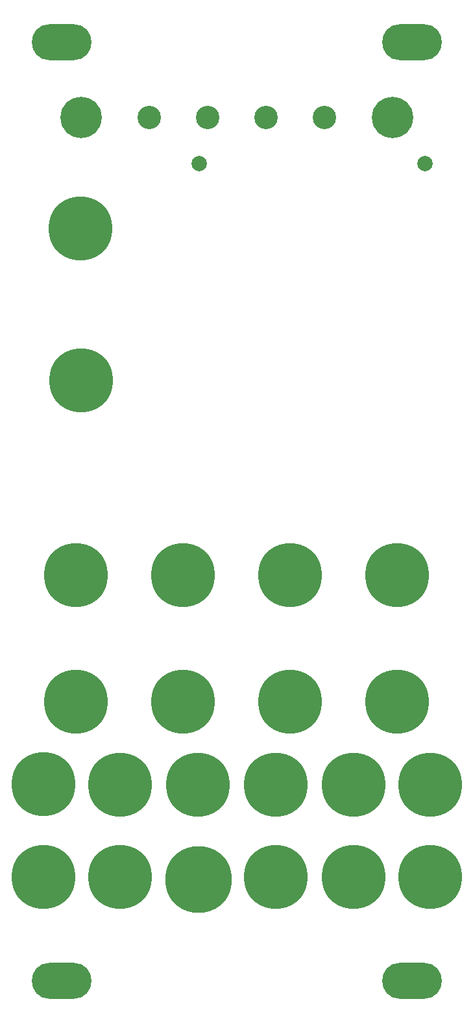
<source format=gbs>
G04 DipTrace 3.3.0.0*
G04 monsooon_panel.GBS*
%MOIN*%
G04 #@! TF.FileFunction,Soldermask,Bot*
G04 #@! TF.Part,Single*
%ADD31C,0.120079*%
%ADD32C,0.212*%
%ADD33C,0.07874*%
%ADD39C,0.342646*%
%ADD41O,0.307213X0.185165*%
%ADD43C,0.328*%
%FSLAX26Y26*%
G04*
G70*
G90*
G75*
G01*
G04 BotMask*
%LPD*%
D31*
X1739000Y4944000D3*
X1439000D3*
X1139000D3*
D32*
X789000D3*
D33*
X1395260Y4707346D3*
X2557740D3*
D31*
X2039000Y4944000D3*
D32*
X2389000D3*
D43*
X2189000Y1044000D3*
X989000D3*
X595000D3*
Y1519818D3*
X989000Y1519000D3*
X1789000Y1044000D3*
X1389000Y1519000D3*
X1789000D3*
X2189000D3*
D41*
X2489000Y512150D3*
X689000D3*
D39*
X1392000Y1032000D3*
D41*
X689000Y5332000D3*
X2489000D3*
D43*
X2583000Y1519000D3*
X2582751Y1044000D3*
X764000Y1944000D3*
X1314000D3*
X1864000D3*
X2414000D3*
X764000Y2594000D3*
X1314000D3*
X1864000D3*
X2414000D3*
X787866Y4375249D3*
X789000Y3594000D3*
M02*

</source>
